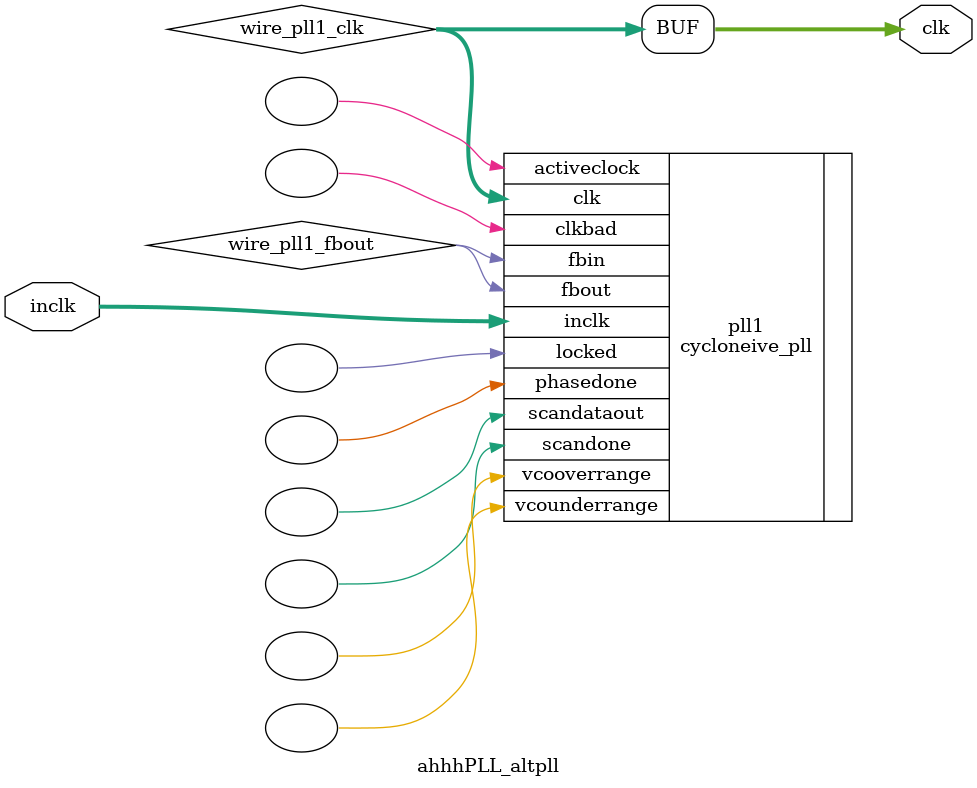
<source format=v>






//synthesis_resources = cycloneive_pll 1 
//synopsys translate_off
`timescale 1 ps / 1 ps
//synopsys translate_on
module  ahhhPLL_altpll
	( 
	clk,
	inclk) /* synthesis synthesis_clearbox=1 */;
	output   [4:0]  clk;
	input   [1:0]  inclk;
`ifndef ALTERA_RESERVED_QIS
// synopsys translate_off
`endif
	tri0   [1:0]  inclk;
`ifndef ALTERA_RESERVED_QIS
// synopsys translate_on
`endif

	wire  [4:0]   wire_pll1_clk;
	wire  wire_pll1_fbout;

	cycloneive_pll   pll1
	( 
	.activeclock(),
	.clk(wire_pll1_clk),
	.clkbad(),
	.fbin(wire_pll1_fbout),
	.fbout(wire_pll1_fbout),
	.inclk(inclk),
	.locked(),
	.phasedone(),
	.scandataout(),
	.scandone(),
	.vcooverrange(),
	.vcounderrange()
	`ifndef FORMAL_VERIFICATION
	// synopsys translate_off
	`endif
	,
	.areset(1'b0),
	.clkswitch(1'b0),
	.configupdate(1'b0),
	.pfdena(1'b1),
	.phasecounterselect({3{1'b0}}),
	.phasestep(1'b0),
	.phaseupdown(1'b0),
	.scanclk(1'b0),
	.scanclkena(1'b1),
	.scandata(1'b0)
	`ifndef FORMAL_VERIFICATION
	// synopsys translate_on
	`endif
	);
	defparam
		pll1.bandwidth_type = "auto",
		pll1.clk0_divide_by = 25,
		pll1.clk0_duty_cycle = 50,
		pll1.clk0_multiply_by = 12,
		pll1.clk0_phase_shift = "0",
		pll1.clk1_divide_by = 2,
		pll1.clk1_duty_cycle = 50,
		pll1.clk1_multiply_by = 1,
		pll1.clk1_phase_shift = "0",
		pll1.clk2_divide_by = 1,
		pll1.clk2_duty_cycle = 50,
		pll1.clk2_multiply_by = 1,
		pll1.clk2_phase_shift = "0",
		pll1.compensate_clock = "clk0",
		pll1.inclk0_input_frequency = 20000,
		pll1.operation_mode = "normal",
		pll1.pll_type = "auto",
		pll1.lpm_type = "cycloneive_pll";
	assign
		clk = {wire_pll1_clk[4:0]};
endmodule //ahhhPLL_altpll
//VALID FILE

</source>
